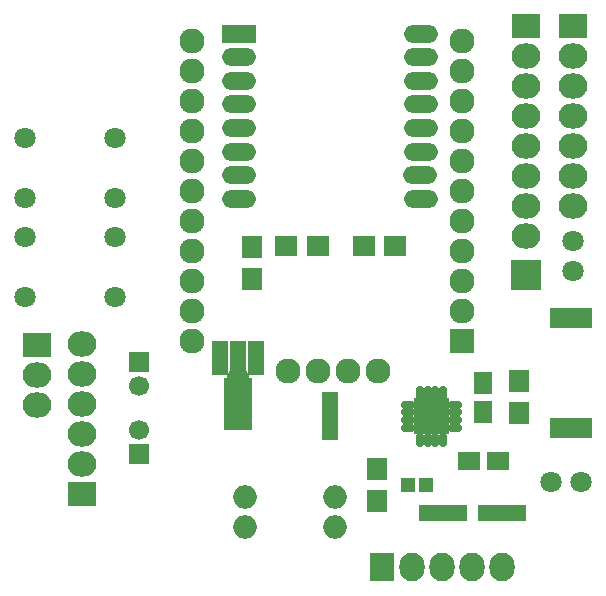
<source format=gbr>
G04 #@! TF.FileFunction,Soldermask,Top*
%FSLAX46Y46*%
G04 Gerber Fmt 4.6, Leading zero omitted, Abs format (unit mm)*
G04 Created by KiCad (PCBNEW (2015-08-08 BZR 6073)-product) date Wed 19 Aug 2015 12:39:56 CEST*
%MOMM*%
G01*
G04 APERTURE LIST*
%ADD10C,0.100000*%
%ADD11R,1.197560X1.197560*%
%ADD12R,3.600000X1.700000*%
%ADD13R,2.432000X2.127200*%
%ADD14O,2.432000X2.127200*%
%ADD15C,1.797000*%
%ADD16O,2.000000X2.000000*%
%ADD17O,1.200000X0.750000*%
%ADD18O,0.750000X1.200000*%
%ADD19R,1.750000X1.750000*%
%ADD20R,2.900000X1.500000*%
%ADD21O,2.900000X1.500000*%
%ADD22R,2.127200X2.127200*%
%ADD23C,2.127200*%
%ADD24R,1.400760X2.901900*%
%ADD25R,2.398980X4.400500*%
%ADD26R,1.400000X1.400000*%
%ADD27R,1.700000X1.700000*%
%ADD28C,1.700000*%
%ADD29R,1.650000X1.900000*%
%ADD30R,1.900000X1.650000*%
%ADD31R,1.700000X1.900000*%
%ADD32R,1.900000X1.700000*%
%ADD33R,2.127200X2.432000*%
%ADD34O,2.127200X2.432000*%
%ADD35R,2.635200X2.635200*%
G04 APERTURE END LIST*
D10*
D11*
X53850700Y-70800000D03*
X55349300Y-70800000D03*
D12*
X67600000Y-56700000D03*
X67600000Y-66000000D03*
D13*
X63800000Y-32000000D03*
D14*
X63800000Y-34540000D03*
X63800000Y-37080000D03*
X63800000Y-39620000D03*
X63800000Y-42160000D03*
X63800000Y-44700000D03*
X63800000Y-47240000D03*
X63800000Y-49780000D03*
D13*
X67800000Y-32000000D03*
D14*
X67800000Y-34540000D03*
X67800000Y-37080000D03*
X67800000Y-39620000D03*
X67800000Y-42160000D03*
X67800000Y-44700000D03*
X67800000Y-47240000D03*
D13*
X22400000Y-59000000D03*
D14*
X22400000Y-61540000D03*
X22400000Y-64080000D03*
D13*
X26200000Y-71600000D03*
D14*
X26200000Y-69060000D03*
X26200000Y-66520000D03*
X26200000Y-63980000D03*
X26200000Y-61440000D03*
X26200000Y-58900000D03*
D15*
X21390000Y-54940000D03*
X21390000Y-49860000D03*
X29010000Y-54940000D03*
X29010000Y-49860000D03*
X29010000Y-41460000D03*
X29010000Y-46540000D03*
X21390000Y-41460000D03*
X21390000Y-46540000D03*
D16*
X40000000Y-71800000D03*
X40000000Y-74340000D03*
X47620000Y-74340000D03*
X47620000Y-71800000D03*
D17*
X57800000Y-65975000D03*
X57800000Y-65325000D03*
X57800000Y-64675000D03*
X57800000Y-64025000D03*
D18*
X56775000Y-63000000D03*
X56125000Y-63000000D03*
X55475000Y-63000000D03*
X54825000Y-63000000D03*
D17*
X53800000Y-64025000D03*
X53800000Y-64675000D03*
X53800000Y-65325000D03*
X53800000Y-65975000D03*
D18*
X54825000Y-67000000D03*
X55475000Y-67000000D03*
X56125000Y-67000000D03*
X56775000Y-67000000D03*
D19*
X55125000Y-64325000D03*
X55125000Y-65675000D03*
X56475000Y-64325000D03*
X56475000Y-65675000D03*
D20*
X39500000Y-32600000D03*
D21*
X39500000Y-34600000D03*
X39500000Y-36600000D03*
X39500000Y-38600000D03*
X39500000Y-40600000D03*
X39500000Y-42600000D03*
X39500000Y-44600000D03*
X39500000Y-46600000D03*
X54900000Y-46600000D03*
X54800000Y-44600000D03*
X54900000Y-42600000D03*
X54900000Y-40600000D03*
X54900000Y-38600000D03*
X54900000Y-36600000D03*
X54900000Y-34600000D03*
X54900000Y-32600000D03*
D22*
X58400000Y-58600000D03*
D23*
X58400000Y-56060000D03*
X58400000Y-53520000D03*
X58400000Y-50980000D03*
X58400000Y-48440000D03*
X58400000Y-45900000D03*
X58400000Y-43360000D03*
X58400000Y-40820000D03*
X58400000Y-38280000D03*
X58400000Y-35740000D03*
X58400000Y-33200000D03*
X35540000Y-33200000D03*
X35540000Y-35740000D03*
X35540000Y-38280000D03*
X35540000Y-40820000D03*
X35540000Y-43360000D03*
X35540000Y-45900000D03*
X35540000Y-48440000D03*
X35540000Y-50980000D03*
X35540000Y-53520000D03*
X35540000Y-56060000D03*
X35540000Y-58600000D03*
X43668000Y-61140000D03*
X46208000Y-61140000D03*
X48748000Y-61140000D03*
X51288000Y-61140000D03*
D24*
X40901140Y-60047960D03*
X39400000Y-60047960D03*
X37898860Y-60047960D03*
D25*
X39400000Y-64000200D03*
D10*
G36*
X38199240Y-62225350D02*
X38699620Y-61076050D01*
X40100380Y-61076050D01*
X40600760Y-62225350D01*
X38199240Y-62225350D01*
X38199240Y-62225350D01*
G37*
D15*
X68470000Y-70600000D03*
X65930000Y-70600000D03*
X67800000Y-52670000D03*
X67800000Y-50130000D03*
D26*
X47200000Y-63650000D03*
X47200000Y-66350000D03*
X47200000Y-65000000D03*
X63150000Y-73200000D03*
X60450000Y-73200000D03*
X61800000Y-73200000D03*
X55450000Y-73200000D03*
X58150000Y-73200000D03*
X56800000Y-73200000D03*
D27*
X31000000Y-60400000D03*
D28*
X31000000Y-62400000D03*
D27*
X31000000Y-68200000D03*
D28*
X31000000Y-66200000D03*
D29*
X60200000Y-62150000D03*
X60200000Y-64650000D03*
D30*
X61450000Y-68800000D03*
X58950000Y-68800000D03*
D31*
X51200000Y-72150000D03*
X51200000Y-69450000D03*
X63200000Y-62050000D03*
X63200000Y-64750000D03*
D32*
X50050000Y-50600000D03*
X52750000Y-50600000D03*
X43450000Y-50600000D03*
X46150000Y-50600000D03*
D31*
X40600000Y-50650000D03*
X40600000Y-53350000D03*
D33*
X51600000Y-77800000D03*
D34*
X54140000Y-77800000D03*
X56680000Y-77800000D03*
X59220000Y-77800000D03*
X61760000Y-77800000D03*
D35*
X63800000Y-53000000D03*
M02*

</source>
